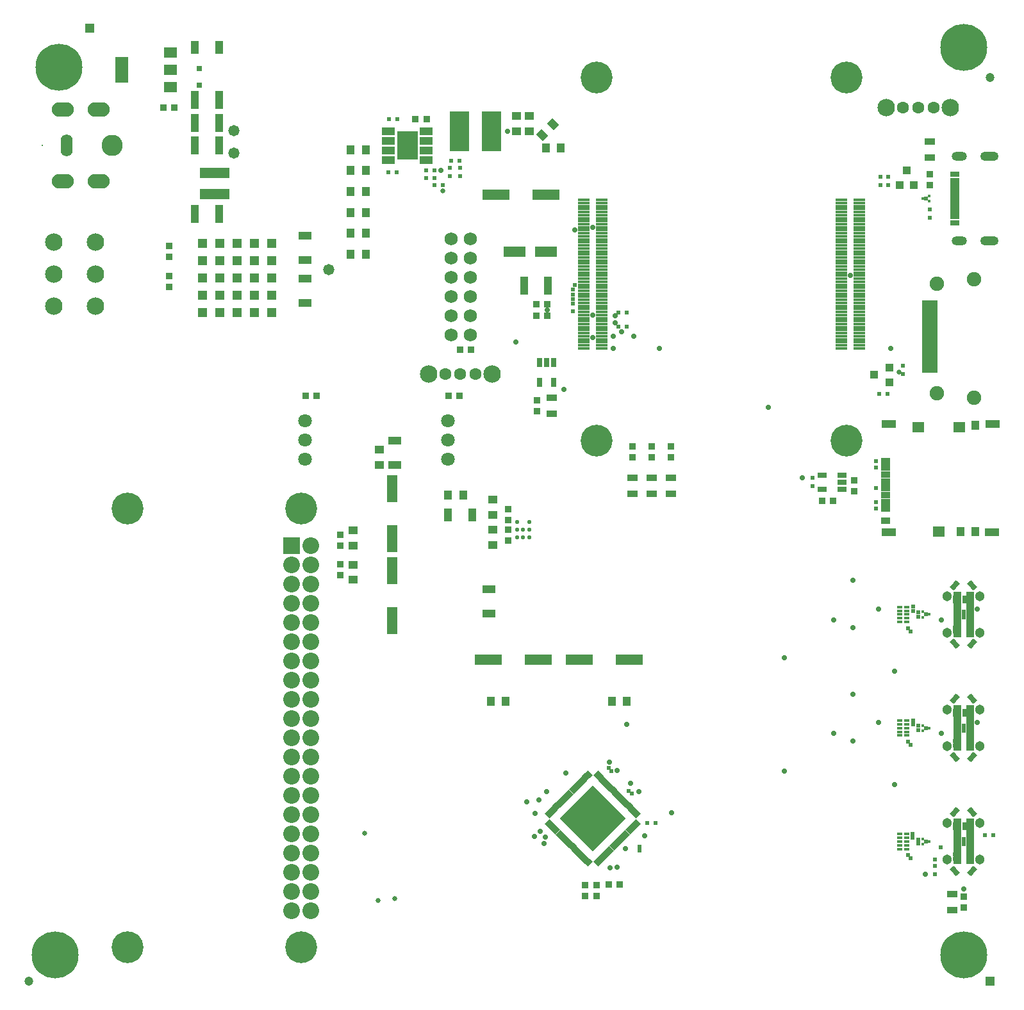
<source format=gbr>
%TF.GenerationSoftware,Altium Limited,Altium Designer,22.1.2 (22)*%
G04 Layer_Color=8388736*
%FSLAX26Y26*%
%MOIN*%
%TF.SameCoordinates,4DF63D30-2817-4CE9-9CB3-8786E99D956B*%
%TF.FilePolarity,Negative*%
%TF.FileFunction,Soldermask,Top*%
%TF.Part,Single*%
G01*
G75*
%TA.AperFunction,SMDPad,CuDef*%
%ADD28R,0.033465X0.035433*%
%ADD29R,0.023622X0.023622*%
%ADD33R,0.055118X0.035433*%
%ADD35R,0.070866X0.039370*%
%ADD39R,0.039370X0.049213*%
%ADD40R,0.035433X0.033465*%
%ADD41R,0.023622X0.023622*%
%ADD47R,0.049213X0.039370*%
%ADD48R,0.043307X0.094488*%
%ADD51R,0.039370X0.070866*%
G04:AMPARAMS|DCode=52|XSize=39.37mil|YSize=49.213mil|CornerRadius=0mil|HoleSize=0mil|Usage=FLASHONLY|Rotation=45.000|XOffset=0mil|YOffset=0mil|HoleType=Round|Shape=Rectangle|*
%AMROTATEDRECTD52*
4,1,4,0.003480,-0.031319,-0.031319,0.003480,-0.003480,0.031319,0.031319,-0.003480,0.003480,-0.031319,0.0*
%
%ADD52ROTATEDRECTD52*%

%TA.AperFunction,FiducialPad,Global*%
%ADD105R,0.047370X0.047370*%
%ADD106C,0.047370*%
%TA.AperFunction,ComponentPad*%
%ADD108O,0.078866X0.047370*%
%ADD109O,0.094614X0.047370*%
%ADD110C,0.051307*%
%ADD111C,0.090677*%
%ADD112R,0.086740X0.086740*%
%ADD113C,0.086740*%
%ADD114O,0.114299X0.074929*%
%ADD115C,0.110362*%
%ADD116O,0.063118X0.114299*%
%ADD117C,0.008000*%
%ADD118C,0.063118*%
%ADD119C,0.070992*%
%ADD120C,0.244220*%
%ADD121C,0.074929*%
%ADD122C,0.165480*%
%ADD123C,0.068000*%
%TA.AperFunction,ViaPad*%
%ADD124C,0.023748*%
%ADD125C,0.035559*%
%ADD126C,0.025716*%
%ADD127C,0.027685*%
%ADD128C,0.058000*%
%TA.AperFunction,SMDPad,CuDef*%
%ADD138P,0.345380X4X270.0*%
%TA.AperFunction,ConnectorPad*%
%ADD139R,0.051307X0.019811*%
%ADD140R,0.051307X0.031622*%
%TA.AperFunction,SMDPad,CuDef*%
G04:AMPARAMS|DCode=141|XSize=27.685mil|YSize=48.551mil|CornerRadius=0mil|HoleSize=0mil|Usage=FLASHONLY|Rotation=140.000|XOffset=0mil|YOffset=0mil|HoleType=Round|Shape=Rectangle|*
%AMROTATEDRECTD141*
4,1,4,0.026208,0.009698,-0.005000,-0.027494,-0.026208,-0.009698,0.005000,0.027494,0.026208,0.009698,0.0*
%
%ADD141ROTATEDRECTD141*%

G04:AMPARAMS|DCode=142|XSize=27.685mil|YSize=48.551mil|CornerRadius=0mil|HoleSize=0mil|Usage=FLASHONLY|Rotation=40.000|XOffset=0mil|YOffset=0mil|HoleType=Round|Shape=Rectangle|*
%AMROTATEDRECTD142*
4,1,4,0.005000,-0.027494,-0.026208,0.009698,-0.005000,0.027494,0.026208,-0.009698,0.005000,-0.027494,0.0*
%
%ADD142ROTATEDRECTD142*%

%ADD143R,0.041465X0.019811*%
%TA.AperFunction,BGAPad,CuDef*%
%ADD144C,0.021779*%
%TA.AperFunction,SMDPad,CuDef*%
%ADD145R,0.100520X0.208787*%
%ADD146R,0.015748X0.015748*%
%ADD147R,0.051307X0.031622*%
%ADD148R,0.039496X0.043433*%
%ADD149R,0.070992X0.055244*%
%ADD150R,0.070992X0.137921*%
%ADD151R,0.026701X0.015874*%
%ADD152R,0.025716X0.031228*%
%ADD153R,0.110362X0.145795*%
%ADD154R,0.067055X0.039496*%
%TA.AperFunction,BGAPad,CuDef*%
%ADD155R,0.049732X0.049732*%
%TA.AperFunction,SMDPad,CuDef*%
G04:AMPARAMS|DCode=156|XSize=19.024mil|YSize=35.165mil|CornerRadius=0mil|HoleSize=0mil|Usage=FLASHONLY|Rotation=45.000|XOffset=0mil|YOffset=0mil|HoleType=Round|Shape=Rectangle|*
%AMROTATEDRECTD156*
4,1,4,0.005707,-0.019159,-0.019159,0.005707,-0.005707,0.019159,0.019159,-0.005707,0.005707,-0.019159,0.0*
%
%ADD156ROTATEDRECTD156*%

G04:AMPARAMS|DCode=157|XSize=19.024mil|YSize=35.165mil|CornerRadius=0mil|HoleSize=0mil|Usage=FLASHONLY|Rotation=315.000|XOffset=0mil|YOffset=0mil|HoleType=Round|Shape=Rectangle|*
%AMROTATEDRECTD157*
4,1,4,-0.019159,-0.005707,0.005707,0.019159,0.019159,0.005707,-0.005707,-0.019159,-0.019159,-0.005707,0.0*
%
%ADD157ROTATEDRECTD157*%

%ADD158R,0.153669X0.055244*%
%ADD159R,0.082803X0.019811*%
%ADD160R,0.141858X0.055244*%
%ADD161R,0.118236X0.055244*%
%ADD162R,0.060236X0.011811*%
%ADD163R,0.063118X0.052488*%
%ADD164R,0.041465X0.047370*%
%ADD165R,0.074929X0.043433*%
%ADD166R,0.047370X0.033591*%
%ADD167R,0.055244X0.141858*%
%ADD168R,0.043433X0.039496*%
%ADD169R,0.031622X0.051307*%
D28*
X4115158Y1547244D02*
D03*
X4058071D02*
D03*
X3739173Y4566929D02*
D03*
X3682087D02*
D03*
X3739173Y4507874D02*
D03*
X3682087D02*
D03*
X3343504Y4330709D02*
D03*
X3286417D02*
D03*
X2483268Y4090551D02*
D03*
X2540354D02*
D03*
X3227362D02*
D03*
X3284449D02*
D03*
X1800197Y5590551D02*
D03*
X1743110D02*
D03*
X5168307Y3543307D02*
D03*
X5225394D02*
D03*
X3111220Y5531496D02*
D03*
X3054134D02*
D03*
D29*
X4257874Y1866142D02*
D03*
X4301181D02*
D03*
X5511024Y4100000D02*
D03*
X5467717D02*
D03*
X4110827Y4525000D02*
D03*
X4154134D02*
D03*
X4110827Y4450000D02*
D03*
X4154134D02*
D03*
X2958661Y5531496D02*
D03*
X2915354D02*
D03*
X6061024Y1803150D02*
D03*
X6017717D02*
D03*
X3194882Y5188976D02*
D03*
X3151575D02*
D03*
X2911417Y5255905D02*
D03*
X2954724D02*
D03*
X3151575Y5263779D02*
D03*
X3108268D02*
D03*
X3238189Y5314961D02*
D03*
X3281496D02*
D03*
X3108268Y5224409D02*
D03*
X3151575D02*
D03*
D33*
X5728346Y5415354D02*
D03*
Y5332677D02*
D03*
X4182480Y3580709D02*
D03*
Y3663386D02*
D03*
X3761220Y4080118D02*
D03*
Y3997441D02*
D03*
X4282480Y3580709D02*
D03*
Y3663386D02*
D03*
X4382480Y3580709D02*
D03*
Y3663386D02*
D03*
X5846457Y1498032D02*
D03*
Y1415354D02*
D03*
D35*
X3435039Y2958661D02*
D03*
Y3084646D02*
D03*
X2480315Y4799213D02*
D03*
Y4925197D02*
D03*
X2944882Y3858268D02*
D03*
Y3732284D02*
D03*
X2480315Y4700787D02*
D03*
Y4574803D02*
D03*
D39*
X2795276Y5370065D02*
D03*
X2716535D02*
D03*
X4153543Y2500000D02*
D03*
X4074803D02*
D03*
X3444882D02*
D03*
X3523622D02*
D03*
X3224409Y3574803D02*
D03*
X3303150D02*
D03*
X3732283Y5381890D02*
D03*
X3811024D02*
D03*
X2795276Y4826759D02*
D03*
X2716535D02*
D03*
X2795276Y4936995D02*
D03*
X2716535D02*
D03*
X2795276Y5043294D02*
D03*
X2716535D02*
D03*
X2795276Y5153530D02*
D03*
X2716535D02*
D03*
X2795276Y5263766D02*
D03*
X2716535D02*
D03*
D40*
X5334646Y3593504D02*
D03*
Y3650590D02*
D03*
X2661417Y3310039D02*
D03*
Y3367126D02*
D03*
Y3213583D02*
D03*
Y3156496D02*
D03*
X4182480Y3827756D02*
D03*
Y3770669D02*
D03*
X3686220Y4010236D02*
D03*
Y4067323D02*
D03*
X4282480Y3770669D02*
D03*
Y3827756D02*
D03*
X4382480Y3770669D02*
D03*
Y3827756D02*
D03*
X3535433Y3393701D02*
D03*
Y3336614D02*
D03*
Y3443898D02*
D03*
Y3500984D02*
D03*
X1771653Y4871063D02*
D03*
Y4813976D02*
D03*
Y4713583D02*
D03*
Y4656496D02*
D03*
X5905512Y1428150D02*
D03*
Y1485236D02*
D03*
X5728346Y5245079D02*
D03*
Y5187992D02*
D03*
X3996063Y1487205D02*
D03*
Y1544291D02*
D03*
X3937008D02*
D03*
Y1487205D02*
D03*
D41*
X3287402Y5277559D02*
D03*
Y5234252D02*
D03*
X5589370Y4246654D02*
D03*
Y4203346D02*
D03*
X5118110Y3663386D02*
D03*
Y3620079D02*
D03*
X5755905Y1600394D02*
D03*
Y1643701D02*
D03*
X5728346Y5061024D02*
D03*
Y5017717D02*
D03*
X3232284Y5277559D02*
D03*
Y5234252D02*
D03*
X5472441Y5230315D02*
D03*
Y5187008D02*
D03*
X5511811D02*
D03*
Y5230315D02*
D03*
D47*
X2728346Y3311023D02*
D03*
Y3389764D02*
D03*
X2728347Y3212598D02*
D03*
Y3133858D02*
D03*
X2866142Y3732283D02*
D03*
Y3811024D02*
D03*
X3456693Y3393701D02*
D03*
Y3314961D02*
D03*
Y3472441D02*
D03*
Y3551181D02*
D03*
X3578740Y5468504D02*
D03*
Y5547244D02*
D03*
X3645669Y5468504D02*
D03*
Y5547244D02*
D03*
D48*
X3744095Y4665354D02*
D03*
X3618110D02*
D03*
X2031496Y5629921D02*
D03*
X1905512D02*
D03*
X2031496Y5511811D02*
D03*
X1905512D02*
D03*
X2031496Y5393701D02*
D03*
X1905512D02*
D03*
X2031496Y5039370D02*
D03*
X1905512D02*
D03*
D51*
X2031496Y5905512D02*
D03*
X1905512D02*
D03*
X3350394Y3472441D02*
D03*
X3224410D02*
D03*
D52*
X3712319Y5448539D02*
D03*
X3767996Y5504217D02*
D03*
D105*
X6043307Y1043307D02*
D03*
X1358268Y6003937D02*
D03*
D106*
X1043307Y1043307D02*
D03*
X6043307Y5748032D02*
D03*
D108*
X5881890Y5339370D02*
D03*
Y4896850D02*
D03*
D109*
X6039370Y5339370D02*
D03*
Y4896850D02*
D03*
D110*
X5820866Y2858268D02*
D03*
Y3047244D02*
D03*
X5990158D02*
D03*
Y2858268D02*
D03*
X5820866Y1677165D02*
D03*
Y1866142D02*
D03*
X5990158D02*
D03*
Y1677165D02*
D03*
X5820866Y2267716D02*
D03*
Y2456693D02*
D03*
X5990158D02*
D03*
Y2267716D02*
D03*
D111*
X1387795Y4889764D02*
D03*
Y4724409D02*
D03*
Y4559055D02*
D03*
X1171260Y4889764D02*
D03*
Y4724409D02*
D03*
Y4559055D02*
D03*
X5834646Y5590551D02*
D03*
X5503937D02*
D03*
X3122047Y4204724D02*
D03*
X3452756D02*
D03*
D112*
X2410866Y3312205D02*
D03*
D113*
X2510866D02*
D03*
X2410866Y3212205D02*
D03*
X2510866D02*
D03*
X2410866Y3112205D02*
D03*
X2510866D02*
D03*
X2410866Y3012205D02*
D03*
X2510866D02*
D03*
X2410866Y2912205D02*
D03*
X2510866D02*
D03*
X2410866Y2812205D02*
D03*
X2510866D02*
D03*
X2410866Y2712205D02*
D03*
X2510866D02*
D03*
X2410866Y2612205D02*
D03*
X2510866D02*
D03*
X2410866Y2512205D02*
D03*
X2510866D02*
D03*
X2410866Y2412205D02*
D03*
X2510866D02*
D03*
X2410866Y2312205D02*
D03*
X2510866D02*
D03*
X2410866Y2212205D02*
D03*
X2510866D02*
D03*
X2410866Y2112205D02*
D03*
X2510866D02*
D03*
X2410866Y2012205D02*
D03*
X2510866D02*
D03*
X2410866Y1912205D02*
D03*
X2510866D02*
D03*
X2410866Y1812205D02*
D03*
X2510866D02*
D03*
X2410866Y1712205D02*
D03*
X2510866D02*
D03*
X2410866Y1612205D02*
D03*
X2510866D02*
D03*
X2410866Y1512205D02*
D03*
X2510866D02*
D03*
X2410866Y1412205D02*
D03*
X2510866D02*
D03*
D114*
X1405512Y5206693D02*
D03*
Y5580709D02*
D03*
X1220472D02*
D03*
Y5206693D02*
D03*
D115*
X1476378Y5393701D02*
D03*
D116*
X1240158D02*
D03*
D117*
X1112205D02*
D03*
D118*
X5590551Y5590551D02*
D03*
X5669291D02*
D03*
X5748032D02*
D03*
X3366142Y4204724D02*
D03*
X3287402D02*
D03*
X3208661D02*
D03*
D119*
X3224409Y3962205D02*
D03*
Y3862205D02*
D03*
Y3762205D02*
D03*
X2480315Y3962205D02*
D03*
Y3862205D02*
D03*
Y3762205D02*
D03*
D120*
X5905512Y5905512D02*
D03*
X1181102Y1181102D02*
D03*
X1200000Y5800000D02*
D03*
X5905512Y1181102D02*
D03*
D121*
X5767717Y4675197D02*
D03*
X5960630Y4698819D02*
D03*
X5767717Y4104331D02*
D03*
X5960630Y4080709D02*
D03*
D122*
X2460630Y3503937D02*
D03*
X3996063Y3858268D02*
D03*
X5295276D02*
D03*
X3996063Y5748032D02*
D03*
X5295276D02*
D03*
X1555118Y3503937D02*
D03*
X2460630Y1220472D02*
D03*
X1555118D02*
D03*
D123*
X3239961Y4406299D02*
D03*
X3339961D02*
D03*
X3239961Y4806299D02*
D03*
X3339961D02*
D03*
Y4906299D02*
D03*
X3239961D02*
D03*
Y4706299D02*
D03*
X3339961D02*
D03*
X3239961Y4606299D02*
D03*
X3339961D02*
D03*
X3239961Y4506299D02*
D03*
X3339961D02*
D03*
D124*
X5860236Y2884252D02*
D03*
Y2863583D02*
D03*
X4162939Y2035992D02*
D03*
X4178220Y2020850D02*
D03*
X3872000Y4596000D02*
D03*
X3873000Y4619000D02*
D03*
X5943558Y1703937D02*
D03*
Y1682205D02*
D03*
X5860236Y2293898D02*
D03*
Y2272441D02*
D03*
X5908331Y3020866D02*
D03*
Y3041732D02*
D03*
Y2430709D02*
D03*
Y2451575D02*
D03*
Y1860827D02*
D03*
Y1839961D02*
D03*
X5860236Y1682205D02*
D03*
Y1703937D02*
D03*
X5863000Y1761024D02*
D03*
Y1782614D02*
D03*
X5930000Y1761614D02*
D03*
Y1782480D02*
D03*
X5863000Y2352165D02*
D03*
Y2373032D02*
D03*
X5930000Y2352165D02*
D03*
Y2373032D02*
D03*
Y2964488D02*
D03*
Y2943780D02*
D03*
X5863000Y2964488D02*
D03*
Y2943780D02*
D03*
X3871877Y4644486D02*
D03*
X3873648Y4569883D02*
D03*
X3871458Y4531705D02*
D03*
X5642204Y2381299D02*
D03*
Y2402165D02*
D03*
X5629331Y1684646D02*
D03*
X5614724Y1699803D02*
D03*
X5629252Y2275276D02*
D03*
X5614803Y2290276D02*
D03*
X5668678Y1760630D02*
D03*
Y1782677D02*
D03*
Y2351968D02*
D03*
Y2372835D02*
D03*
X5860236Y1839961D02*
D03*
Y1860827D02*
D03*
Y2430709D02*
D03*
Y2451575D02*
D03*
X5943558Y2293898D02*
D03*
Y2272441D02*
D03*
X5640000Y1789764D02*
D03*
X5640986Y1812205D02*
D03*
X4220472Y1744685D02*
D03*
Y1724016D02*
D03*
X5668678Y2962795D02*
D03*
Y2941929D02*
D03*
X4072323Y2138307D02*
D03*
X4058780Y2154016D02*
D03*
X5943558Y2863583D02*
D03*
Y2884252D02*
D03*
X5860236Y3041732D02*
D03*
Y3020866D02*
D03*
X5614724Y2880905D02*
D03*
X5629331Y2865748D02*
D03*
X5642204Y2993110D02*
D03*
Y2972244D02*
D03*
X5755905Y1677165D02*
D03*
X5787402Y1740158D02*
D03*
X3881890Y4669291D02*
D03*
X5448819Y3751968D02*
D03*
Y3716535D02*
D03*
Y3610236D02*
D03*
Y3539370D02*
D03*
Y3503937D02*
D03*
X5708661Y1771653D02*
D03*
Y2952756D02*
D03*
Y2362205D02*
D03*
Y5118110D02*
D03*
X5905512Y1771653D02*
D03*
Y1757874D02*
D03*
Y1785433D02*
D03*
Y2952756D02*
D03*
Y2938976D02*
D03*
Y2966535D02*
D03*
Y2375984D02*
D03*
Y2348425D02*
D03*
Y2362205D02*
D03*
D125*
X3976378Y1861925D02*
D03*
X3948539Y1834086D02*
D03*
X3920700Y1806247D02*
D03*
X3948539Y1889764D02*
D03*
X3920700Y1861925D02*
D03*
X3892861Y1834086D02*
D03*
X3920700Y1917603D02*
D03*
X3892861Y1889764D02*
D03*
X3865023Y1861925D02*
D03*
X3892861Y1945441D02*
D03*
X3865023Y1917603D02*
D03*
X3837184Y1889764D02*
D03*
X4004217Y1834086D02*
D03*
X3976378Y1806247D02*
D03*
X3948539Y1778408D02*
D03*
X3976378Y1750570D02*
D03*
X4004217Y1778408D02*
D03*
X4032056Y1806247D02*
D03*
X3976378Y1917603D02*
D03*
X4004217Y1945441D02*
D03*
X4032056Y1973280D02*
D03*
X4004217Y1889764D02*
D03*
X4032056Y1917603D02*
D03*
X4059894Y1945441D02*
D03*
X4032056Y1861925D02*
D03*
X4059894Y1889764D02*
D03*
X4087733Y1917603D02*
D03*
X4059894Y1834086D02*
D03*
X4087733Y1861925D02*
D03*
X4115572Y1889764D02*
D03*
X3948539Y1945441D02*
D03*
X3976378Y1973280D02*
D03*
X4004217Y2001119D02*
D03*
X3976378Y2028958D02*
D03*
X3948539Y2001119D02*
D03*
X3920700Y1973280D02*
D03*
D126*
X5568000Y4213000D02*
D03*
X3195000Y5158000D02*
D03*
X2859000Y1466000D02*
D03*
X2790000Y1815000D02*
D03*
X2946000Y1474000D02*
D03*
D127*
X3672000Y1798000D02*
D03*
X4246000Y1801000D02*
D03*
X5231000Y2923551D02*
D03*
Y2333000D02*
D03*
X3531496Y5468504D02*
D03*
X3185039Y5263779D02*
D03*
X3701772Y1822835D02*
D03*
X5314961Y4716535D02*
D03*
X5527559Y4338583D02*
D03*
X5905512Y1523622D02*
D03*
X5704724Y1602362D02*
D03*
X5066929Y3665354D02*
D03*
X4889764Y4031496D02*
D03*
X3881890Y4952756D02*
D03*
X3739173Y4537402D02*
D03*
X3574803Y4370079D02*
D03*
X4127134Y4423000D02*
D03*
X3826772Y4125984D02*
D03*
X3976378Y4393701D02*
D03*
X4385827Y1921260D02*
D03*
X5330709Y2295276D02*
D03*
Y2885827D02*
D03*
Y3129921D02*
D03*
Y2539370D02*
D03*
X5547244Y2066929D02*
D03*
X4972441Y2137795D02*
D03*
Y2728347D02*
D03*
X5547244Y2657480D02*
D03*
X4082677Y4338583D02*
D03*
X4322835D02*
D03*
X4082677Y4401575D02*
D03*
X4188976D02*
D03*
X4153543Y2381890D02*
D03*
X3631890Y1978347D02*
D03*
X3677165Y1917323D02*
D03*
X3728347Y1795276D02*
D03*
X3724078Y1762205D02*
D03*
X4066929Y1632953D02*
D03*
X4146000Y1734000D02*
D03*
X3834900Y2128144D02*
D03*
X3737464Y2030708D02*
D03*
X3695706Y1988950D02*
D03*
X4103936Y1637464D02*
D03*
X4214758Y2031242D02*
D03*
X4061645Y2184355D02*
D03*
X4103403Y2142597D02*
D03*
X4173000Y2073000D02*
D03*
X5788000Y2924102D02*
D03*
X5975000Y2982102D02*
D03*
X5464000Y2982551D02*
D03*
Y2392000D02*
D03*
X4092056Y4506229D02*
D03*
X4091413Y4469413D02*
D03*
X3977000Y4512000D02*
D03*
X3976000Y4968000D02*
D03*
X5975000Y2391551D02*
D03*
X5788000Y2333551D02*
D03*
D128*
X2602000Y4749000D02*
D03*
X2110236Y5472441D02*
D03*
Y5354331D02*
D03*
D138*
X3976378Y1889764D02*
D03*
D139*
X5860236Y5187008D02*
D03*
Y5167323D02*
D03*
Y5147638D02*
D03*
Y5127953D02*
D03*
Y5108268D02*
D03*
Y5088583D02*
D03*
Y5068898D02*
D03*
Y5049213D02*
D03*
D140*
Y4992126D02*
D03*
Y5023622D02*
D03*
Y5244095D02*
D03*
Y5212598D02*
D03*
D141*
X5950197Y2800000D02*
D03*
X5860827Y3105512D02*
D03*
X5950197Y1618898D02*
D03*
X5860827Y1924409D02*
D03*
X5950197Y2209449D02*
D03*
X5860827Y2514961D02*
D03*
D142*
Y2800000D02*
D03*
X5950197Y3105512D02*
D03*
X5860827Y1618898D02*
D03*
X5950197Y1924409D02*
D03*
X5860827Y2209449D02*
D03*
X5950197Y2514961D02*
D03*
D143*
X5938189Y2844488D02*
D03*
Y2864173D02*
D03*
Y2883858D02*
D03*
Y2903543D02*
D03*
Y2923228D02*
D03*
Y2942913D02*
D03*
Y2962598D02*
D03*
Y2982284D02*
D03*
Y3001968D02*
D03*
Y3021653D02*
D03*
Y3041339D02*
D03*
Y3061024D02*
D03*
X5872835D02*
D03*
Y3041339D02*
D03*
Y3021653D02*
D03*
Y3001968D02*
D03*
Y2982284D02*
D03*
Y2962598D02*
D03*
Y2942913D02*
D03*
Y2923228D02*
D03*
Y2903543D02*
D03*
Y2883858D02*
D03*
Y2864173D02*
D03*
Y2844488D02*
D03*
X5938189Y1663386D02*
D03*
Y1683071D02*
D03*
Y1702756D02*
D03*
Y1722441D02*
D03*
Y1742126D02*
D03*
Y1761811D02*
D03*
Y1781496D02*
D03*
Y1801181D02*
D03*
Y1820866D02*
D03*
Y1840551D02*
D03*
Y1860236D02*
D03*
Y1879921D02*
D03*
X5872835D02*
D03*
Y1860236D02*
D03*
Y1840551D02*
D03*
Y1820866D02*
D03*
Y1801181D02*
D03*
Y1781496D02*
D03*
Y1761811D02*
D03*
Y1742126D02*
D03*
Y1722441D02*
D03*
Y1702756D02*
D03*
Y1683071D02*
D03*
Y1663386D02*
D03*
X5938189Y2253937D02*
D03*
Y2273622D02*
D03*
Y2293307D02*
D03*
Y2312992D02*
D03*
Y2332677D02*
D03*
Y2352362D02*
D03*
Y2372047D02*
D03*
Y2391732D02*
D03*
Y2411417D02*
D03*
Y2431102D02*
D03*
Y2450787D02*
D03*
Y2470472D02*
D03*
X5872835D02*
D03*
Y2450787D02*
D03*
Y2431102D02*
D03*
Y2411417D02*
D03*
Y2391732D02*
D03*
Y2372047D02*
D03*
Y2352362D02*
D03*
Y2332677D02*
D03*
Y2312992D02*
D03*
Y2293307D02*
D03*
Y2273622D02*
D03*
Y2253937D02*
D03*
D144*
X3645669Y3433071D02*
D03*
Y3393701D02*
D03*
Y3354331D02*
D03*
X3582677Y3433071D02*
D03*
Y3393701D02*
D03*
Y3354331D02*
D03*
X3614173D02*
D03*
Y3393701D02*
D03*
D145*
X3447835Y5468504D02*
D03*
X3284449D02*
D03*
D146*
X5691929Y5118110D02*
D03*
X5725394Y5131890D02*
D03*
Y5104331D02*
D03*
Y1771653D02*
D03*
X5691929Y1757874D02*
D03*
Y1785433D02*
D03*
X5725394Y2362205D02*
D03*
X5691929Y2348425D02*
D03*
Y2375984D02*
D03*
X5725394Y2952756D02*
D03*
X5691929Y2938976D02*
D03*
Y2966535D02*
D03*
D147*
X5271654Y3604331D02*
D03*
X5169291Y3679134D02*
D03*
Y3604331D02*
D03*
X5271654Y3641732D02*
D03*
Y3679134D02*
D03*
D148*
X5610236Y5265748D02*
D03*
X5647638Y5187008D02*
D03*
X5572835D02*
D03*
D149*
X1779528Y5696850D02*
D03*
Y5787402D02*
D03*
Y5877953D02*
D03*
D150*
X1527559Y5787402D02*
D03*
D151*
X5571850Y2913386D02*
D03*
Y2933071D02*
D03*
Y2952756D02*
D03*
Y2972441D02*
D03*
Y2992126D02*
D03*
X5609252D02*
D03*
Y2972441D02*
D03*
Y2952756D02*
D03*
Y2933071D02*
D03*
Y2913386D02*
D03*
X5571850Y1732283D02*
D03*
Y1751968D02*
D03*
Y1771653D02*
D03*
Y1791339D02*
D03*
Y1811024D02*
D03*
X5609252D02*
D03*
Y1791339D02*
D03*
Y1771653D02*
D03*
Y1751968D02*
D03*
Y1732283D02*
D03*
X5571850Y2322835D02*
D03*
Y2342520D02*
D03*
Y2362205D02*
D03*
Y2381890D02*
D03*
Y2401575D02*
D03*
X5609252D02*
D03*
Y2381890D02*
D03*
Y2362205D02*
D03*
Y2342520D02*
D03*
Y2322835D02*
D03*
D152*
X1929134Y5793307D02*
D03*
Y5708661D02*
D03*
D153*
X3011811Y5393701D02*
D03*
D154*
X2913386Y5468701D02*
D03*
Y5418701D02*
D03*
Y5318701D02*
D03*
Y5368701D02*
D03*
X3110236D02*
D03*
Y5318701D02*
D03*
Y5418701D02*
D03*
Y5468701D02*
D03*
D155*
X2216142Y4885039D02*
D03*
X2306299D02*
D03*
X1945669D02*
D03*
X2035827D02*
D03*
X2125984D02*
D03*
X2216142Y4794882D02*
D03*
X2306299D02*
D03*
X1945669D02*
D03*
X2035827D02*
D03*
X2125984D02*
D03*
X2216142Y4704724D02*
D03*
X2306299D02*
D03*
X1945669D02*
D03*
X2035827D02*
D03*
X2125984D02*
D03*
Y4614567D02*
D03*
X2035827D02*
D03*
X1945669D02*
D03*
X2306299D02*
D03*
X2216142D02*
D03*
X2125984Y4524409D02*
D03*
X2035827D02*
D03*
X1945669D02*
D03*
X2306299D02*
D03*
X2216142D02*
D03*
D156*
X4206744Y1868189D02*
D03*
X4192825Y1854269D02*
D03*
X4178906Y1840350D02*
D03*
X4164986Y1826430D02*
D03*
X4151067Y1812511D02*
D03*
X4137147Y1798592D02*
D03*
X4123228Y1784672D02*
D03*
X4109309Y1770753D02*
D03*
X3997953Y1659397D02*
D03*
X4011872Y1673317D02*
D03*
X4025792Y1687236D02*
D03*
X4039711Y1701156D02*
D03*
X4053631Y1715075D02*
D03*
X4067550Y1728994D02*
D03*
X4081470Y1742914D02*
D03*
X4095389Y1756833D02*
D03*
X3746012Y1911339D02*
D03*
X3759931Y1925258D02*
D03*
X3773850Y1939178D02*
D03*
X3787770Y1953097D02*
D03*
X3801689Y1967017D02*
D03*
X3815609Y1980936D02*
D03*
X3829528Y1994855D02*
D03*
X3843448Y2008775D02*
D03*
X3954803Y2120130D02*
D03*
X3940883Y2106211D02*
D03*
X3926964Y2092291D02*
D03*
X3913045Y2078372D02*
D03*
X3899125Y2064453D02*
D03*
X3885206Y2050533D02*
D03*
X3871286Y2036614D02*
D03*
X3857367Y2022694D02*
D03*
D157*
X3954803Y1659397D02*
D03*
X3940883Y1673317D02*
D03*
X3926964Y1687236D02*
D03*
X3913045Y1701156D02*
D03*
X3899125Y1715075D02*
D03*
X3885206Y1728994D02*
D03*
X3871286Y1742914D02*
D03*
X3857367Y1756833D02*
D03*
X3746012Y1868189D02*
D03*
X3759931Y1854269D02*
D03*
X3773850Y1840350D02*
D03*
X3787770Y1826430D02*
D03*
X3801689Y1812511D02*
D03*
X3815609Y1798592D02*
D03*
X3829528Y1784672D02*
D03*
X3843448Y1770753D02*
D03*
X3997953Y2120130D02*
D03*
X4011872Y2106211D02*
D03*
X4025792Y2092291D02*
D03*
X4039711Y2078372D02*
D03*
X4053631Y2064453D02*
D03*
X4067550Y2050533D02*
D03*
X4081470Y2036614D02*
D03*
X4095389Y2022694D02*
D03*
X4206744Y1911339D02*
D03*
X4192825Y1925258D02*
D03*
X4178906Y1939178D02*
D03*
X4164986Y1953097D02*
D03*
X4151067Y1967017D02*
D03*
X4137147Y1980936D02*
D03*
X4123228Y1994855D02*
D03*
X4109309Y2008775D02*
D03*
D158*
X2007874Y5251968D02*
D03*
Y5141732D02*
D03*
D159*
X5728346Y4379921D02*
D03*
Y4360236D02*
D03*
Y4340551D02*
D03*
Y4301181D02*
D03*
Y4261811D02*
D03*
Y4320866D02*
D03*
Y4281496D02*
D03*
Y4242126D02*
D03*
Y4222441D02*
D03*
Y4399606D02*
D03*
Y4419291D02*
D03*
Y4438976D02*
D03*
Y4478346D02*
D03*
Y4517717D02*
D03*
Y4458661D02*
D03*
Y4498032D02*
D03*
Y4537402D02*
D03*
Y4557087D02*
D03*
Y4576772D02*
D03*
D160*
X3472441Y5137795D02*
D03*
X3732284D02*
D03*
X3905512Y2716535D02*
D03*
X4165354D02*
D03*
X3692913D02*
D03*
X3433071D02*
D03*
D161*
X3568898Y4842520D02*
D03*
X3734252D02*
D03*
D162*
X5361811Y4732283D02*
D03*
Y4748032D02*
D03*
Y4763780D02*
D03*
Y4779528D02*
D03*
Y4795276D02*
D03*
Y4811024D02*
D03*
Y4826772D02*
D03*
Y4842520D02*
D03*
Y4858268D02*
D03*
Y4874016D02*
D03*
Y4889764D02*
D03*
Y4905512D02*
D03*
Y4921260D02*
D03*
Y4937008D02*
D03*
Y4952756D02*
D03*
Y4968504D02*
D03*
Y4984252D02*
D03*
Y5000000D02*
D03*
Y5015748D02*
D03*
Y5031496D02*
D03*
Y5047244D02*
D03*
Y5062992D02*
D03*
Y5078740D02*
D03*
Y5094488D02*
D03*
Y5110236D02*
D03*
Y4338583D02*
D03*
Y4354331D02*
D03*
Y4370079D02*
D03*
Y4385827D02*
D03*
Y4401575D02*
D03*
Y4417323D02*
D03*
Y4433071D02*
D03*
Y4448819D02*
D03*
Y4464567D02*
D03*
Y4480315D02*
D03*
Y4496063D02*
D03*
Y4511811D02*
D03*
Y4527559D02*
D03*
Y4543307D02*
D03*
Y4559055D02*
D03*
Y4574803D02*
D03*
Y4590551D02*
D03*
Y4606299D02*
D03*
Y4622047D02*
D03*
Y4637795D02*
D03*
Y4653543D02*
D03*
Y4669291D02*
D03*
Y4685039D02*
D03*
Y4700788D02*
D03*
Y4716535D02*
D03*
X5268110Y4732283D02*
D03*
Y4748032D02*
D03*
Y4763780D02*
D03*
Y4779528D02*
D03*
Y4795276D02*
D03*
Y4811024D02*
D03*
Y4826772D02*
D03*
Y4842520D02*
D03*
Y4858268D02*
D03*
Y4874016D02*
D03*
Y4889764D02*
D03*
Y4905512D02*
D03*
Y4921260D02*
D03*
Y4937008D02*
D03*
Y4952756D02*
D03*
Y4968504D02*
D03*
Y4984252D02*
D03*
Y5000000D02*
D03*
Y5015748D02*
D03*
Y5031496D02*
D03*
Y5047244D02*
D03*
Y5062992D02*
D03*
Y5078740D02*
D03*
Y5094488D02*
D03*
Y5110236D02*
D03*
Y4338583D02*
D03*
Y4354331D02*
D03*
Y4370079D02*
D03*
Y4385827D02*
D03*
Y4401575D02*
D03*
Y4417323D02*
D03*
Y4433071D02*
D03*
Y4448819D02*
D03*
Y4464567D02*
D03*
Y4480315D02*
D03*
Y4496063D02*
D03*
Y4511811D02*
D03*
Y4527559D02*
D03*
Y4543307D02*
D03*
Y4559055D02*
D03*
Y4574803D02*
D03*
Y4590551D02*
D03*
Y4606299D02*
D03*
Y4622047D02*
D03*
Y4637795D02*
D03*
Y4653543D02*
D03*
Y4669291D02*
D03*
Y4685039D02*
D03*
Y4700788D02*
D03*
Y4716535D02*
D03*
X4023228Y4732283D02*
D03*
Y4748032D02*
D03*
Y4763780D02*
D03*
Y4779528D02*
D03*
Y4795276D02*
D03*
Y4811024D02*
D03*
Y4826772D02*
D03*
Y4842520D02*
D03*
Y4858268D02*
D03*
Y4874016D02*
D03*
Y4889764D02*
D03*
Y4905512D02*
D03*
Y4921260D02*
D03*
Y4937008D02*
D03*
Y4952756D02*
D03*
Y4968504D02*
D03*
Y4984252D02*
D03*
Y5000000D02*
D03*
Y5015748D02*
D03*
Y5031496D02*
D03*
Y5047244D02*
D03*
Y5062992D02*
D03*
Y5078740D02*
D03*
Y5094488D02*
D03*
Y5110236D02*
D03*
Y4338583D02*
D03*
Y4354331D02*
D03*
Y4370079D02*
D03*
Y4385827D02*
D03*
Y4401575D02*
D03*
Y4417323D02*
D03*
Y4433071D02*
D03*
Y4448819D02*
D03*
Y4464567D02*
D03*
Y4480315D02*
D03*
Y4496063D02*
D03*
Y4511811D02*
D03*
Y4527559D02*
D03*
Y4543307D02*
D03*
Y4559055D02*
D03*
Y4574803D02*
D03*
Y4590551D02*
D03*
Y4606299D02*
D03*
Y4622047D02*
D03*
Y4637795D02*
D03*
Y4653543D02*
D03*
Y4669291D02*
D03*
Y4685039D02*
D03*
Y4700788D02*
D03*
Y4716535D02*
D03*
X3929528Y4732283D02*
D03*
Y4748032D02*
D03*
Y4763780D02*
D03*
Y4779528D02*
D03*
Y4795276D02*
D03*
Y4811024D02*
D03*
Y4826772D02*
D03*
Y4842520D02*
D03*
Y4858268D02*
D03*
Y4874016D02*
D03*
Y4889764D02*
D03*
Y4905512D02*
D03*
Y4921260D02*
D03*
Y4937008D02*
D03*
Y4952756D02*
D03*
Y4968504D02*
D03*
Y4984252D02*
D03*
Y5000000D02*
D03*
Y5015748D02*
D03*
Y5031496D02*
D03*
Y5047244D02*
D03*
Y5062992D02*
D03*
Y5078740D02*
D03*
Y5094488D02*
D03*
Y5110236D02*
D03*
Y4338583D02*
D03*
Y4354331D02*
D03*
Y4370079D02*
D03*
Y4385827D02*
D03*
Y4401575D02*
D03*
Y4417323D02*
D03*
Y4433071D02*
D03*
Y4448819D02*
D03*
Y4464567D02*
D03*
Y4480315D02*
D03*
Y4496063D02*
D03*
Y4511811D02*
D03*
Y4527559D02*
D03*
Y4543307D02*
D03*
Y4559055D02*
D03*
Y4574803D02*
D03*
Y4590551D02*
D03*
Y4606299D02*
D03*
Y4622047D02*
D03*
Y4637795D02*
D03*
Y4653543D02*
D03*
Y4669291D02*
D03*
Y4685039D02*
D03*
Y4700788D02*
D03*
Y4716535D02*
D03*
D163*
X5882874Y3927165D02*
D03*
X5668307D02*
D03*
X5774606Y3383858D02*
D03*
D164*
X5890748Y3385827D02*
D03*
X5966732D02*
D03*
Y3937008D02*
D03*
D165*
X6054492Y3944016D02*
D03*
X6054134Y3381009D02*
D03*
X5514764Y3942913D02*
D03*
Y3379921D02*
D03*
D166*
X5500000Y3503937D02*
D03*
Y3751968D02*
D03*
Y3716535D02*
D03*
Y3681102D02*
D03*
Y3645669D02*
D03*
Y3610236D02*
D03*
Y3574803D02*
D03*
Y3539370D02*
D03*
Y3440157D02*
D03*
D167*
X2933661Y3606102D02*
D03*
Y3346260D02*
D03*
Y2921260D02*
D03*
Y3181102D02*
D03*
D168*
X5439370Y4200000D02*
D03*
X5518110Y4237402D02*
D03*
Y4162598D02*
D03*
D169*
X3773622Y4264961D02*
D03*
X3698819Y4162598D02*
D03*
X3773622D02*
D03*
X3736220Y4264961D02*
D03*
X3698819D02*
D03*
%TF.MD5,d212e49d2d3a6b956a9a086e3b153659*%
M02*

</source>
